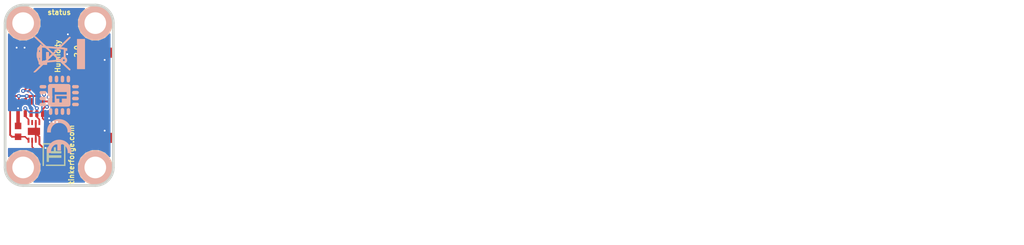
<source format=kicad_pcb>
(kicad_pcb (version 4) (host pcbnew 4.0.2+e4-6225~38~ubuntu15.10.1-stable)
  (title_block (title "Humidity bricklet") (date 2017-05-08) (rev 2.0) (company "Tinkerforge GmbH") (comment 1 "Licensed under CERN OHL v.1.1") (comment 2 "Copyright (©) 2017, B.Nordmeyer <bastian@tinkerforge.com>"))
  (layers (0 F.Cu signal) (31 B.Cu signal) (34 B.Paste user) (35 F.Paste user) (36 B.SilkS user) (37 F.SilkS user) (38 B.Mask user) (39 F.Mask user) (44 Edge.Cuts user))
  (net 0 "")
  (net 1 GND)
  (net 2 VCC)
  (net 3 "Net-(D101-Pad2)")
  (net 4 "Net-(P101-Pad4)")
  (net 5 "Net-(P101-Pad5)")
  (net 6 "Net-(P101-Pad6)")
  (net 7 "Net-(C102-Pad2)")
  (net 8 "Net-(P102-Pad2)")
  (net 9 "Net-(R101-Pad1)")
  (net 10 SDA)
  (net 11 nRESET)
  (net 12 SCL)
  (net 13 S-MISO)
  (net 14 S-CS)
  (net 15 S-CLK)
  (net 16 S-MOSI)
  (net 17 "Net-(P103-Pad1)")
  (module C0603F (layer F.Cu) (at 147 143.2 90)
    (fp_text reference C103)
    (fp_text value 1uF)
    (pad 1 smd rect (at -0.75 0 90) (size 0.9 0.9) (layers F.Cu F.Paste F.Mask) (net 1 GND))
    (pad 2 smd rect (at 0.75 0 90) (size 0.9 0.9) (layers F.Cu F.Paste F.Mask) (net 2 VCC))
  )
  (module C0603F (layer F.Cu) (at 141.7 135.5 45)
    (fp_text reference C104)
    (fp_text value 100nF)
    (pad 1 smd rect (at -0.75 0 45) (size 0.9 0.9) (layers F.Cu F.Paste F.Mask) (net 2 VCC))
    (pad 2 smd rect (at 0.75 0 45) (size 0.9 0.9) (layers F.Cu F.Paste F.Mask) (net 1 GND))
  )
  (module C0603F (layer F.Cu) (at 141.9 146 90)
    (fp_text reference C105)
    (fp_text value 100nF)
    (pad 1 smd rect (at -0.75 0 90) (size 0.9 0.9) (layers F.Cu F.Paste F.Mask) (net 2 VCC))
    (pad 2 smd rect (at 0.75 0 90) (size 0.9 0.9) (layers F.Cu F.Paste F.Mask) (net 1 GND))
  )
  (module D0603E (layer F.Cu) (at 147.6 130.7)
    (fp_text reference D101)
    (fp_text value blue)
    (pad 1 smd rect (at -0.8501 0) (size 1.1 1) (layers F.Cu F.Paste F.Mask) (net 2 VCC))
    (pad 2 smd rect (at 0.8501 0) (size 1.1 1) (layers F.Cu F.Paste F.Mask) (net 3 "Net-(D101-Pad2)"))
  )
  (module CON-SENSOR2 (layer F.Cu) (at 155.1 141 90)
    (fp_text reference P101)
    (fp_text value CON-SENSOR2)
    (pad 1 smd rect (at -3.75 -4.6 90) (size 0.6 1.8) (layers F.Cu F.Paste F.Mask))
    (pad 2 smd rect (at -2.5 -4.6 90) (size 0.6 1.8) (layers F.Cu F.Paste F.Mask) (net 1 GND))
    (pad EP smd rect (at -5.9 -1.2 90) (size 1.4 2.4) (layers F.Cu F.Paste F.Mask) (net 1 GND))
    (pad EP smd rect (at 5.9 -1.2 90) (size 1.4 2.4) (layers F.Cu F.Paste F.Mask) (net 1 GND))
    (pad 3 smd rect (at -1.25 -4.6 90) (size 0.6 1.8) (layers F.Cu F.Paste F.Mask) (net 2 VCC))
    (pad 4 smd rect (at 0 -4.6 90) (size 0.6 1.8) (layers F.Cu F.Paste F.Mask) (net 4 "Net-(P101-Pad4)"))
    (pad 5 smd rect (at 1.25 -4.6 90) (size 0.6 1.8) (layers F.Cu F.Paste F.Mask) (net 5 "Net-(P101-Pad5)"))
    (pad 6 smd rect (at 2.5 -4.6 90) (size 0.6 1.8) (layers F.Cu F.Paste F.Mask) (net 6 "Net-(P101-Pad6)"))
    (pad 7 smd rect (at 3.75 -4.6 90) (size 0.6 1.8) (layers F.Cu F.Paste F.Mask) (net 7 "Net-(C102-Pad2)"))
  )
  (module R0603F (layer F.Cu) (at 145.95 133.3 45)
    (fp_text reference R101)
    (fp_text value 1k)
    (pad 1 smd rect (at -0.75 0 45) (size 0.9 0.9) (layers F.Cu F.Paste F.Mask) (net 9 "Net-(R101-Pad1)"))
    (pad 2 smd rect (at 0.75 0 45) (size 0.9 0.9) (layers F.Cu F.Paste F.Mask) (net 3 "Net-(D101-Pad2)"))
  )
  (module 0603X4 (layer F.Cu) (at 144.1 142.7)
    (fp_text reference RP102)
    (fp_text value 4k7)
    (pad 1 smd rect (at 1.19888 -0.8509) (size 0.44958 0.89916) (layers F.Cu F.Paste F.Mask) (net 2 VCC))
    (pad 2 smd rect (at 0.39878 -0.8509) (size 0.44958 0.89916) (layers F.Cu F.Paste F.Mask) (net 2 VCC))
    (pad 3 smd rect (at -0.39878 -0.8509) (size 0.44958 0.89916) (layers F.Cu F.Paste F.Mask) (net 2 VCC))
    (pad 4 smd rect (at -1.19888 -0.8509) (size 0.44958 0.89916) (layers F.Cu F.Paste F.Mask) (net 2 VCC))
    (pad 5 smd rect (at -1.19888 0.8509) (size 0.44958 0.89916) (layers F.Cu F.Paste F.Mask) (net 12 SCL))
    (pad 6 smd rect (at -0.39878 0.8509) (size 0.44958 0.89916) (layers F.Cu F.Paste F.Mask))
    (pad 7 smd rect (at 0.39878 0.8509) (size 0.44958 0.89916) (layers F.Cu F.Paste F.Mask) (net 10 SDA))
    (pad 8 smd rect (at 1.19888 0.8509) (size 0.44958 0.89916) (layers F.Cu F.Paste F.Mask) (net 11 nRESET))
  )
  (module kicad-libraries:QFN24-4x4mm-0.5mm (layer F.Cu) (at 144.1 137.9 225)
    (fp_text reference U101)
    (fp_text value XMC1XXX24)
    (pad 1 smd oval (at -2.025 -1.25 225) (size 1 0.3) (layers F.Cu F.Paste F.Mask) (net 13 S-MISO))
    (pad 2 smd oval (at -2.025 -0.75 225) (size 1 0.3) (layers F.Cu F.Paste F.Mask))
    (pad 3 smd oval (at -2.025 -0.25 225) (size 1 0.3) (layers F.Cu F.Paste F.Mask))
    (pad 4 smd oval (at -2.025 0.25 225) (size 1 0.3) (layers F.Cu F.Paste F.Mask) (net 8 "Net-(P102-Pad2)"))
    (pad 5 smd oval (at -2.025 0.75 225) (size 1 0.3) (layers F.Cu F.Paste F.Mask))
    (pad 6 smd oval (at -2.025 1.25 225) (size 1 0.3) (layers F.Cu F.Paste F.Mask))
    (pad 7 smd oval (at -1.25 2.025 315) (size 1 0.3) (layers F.Cu F.Paste F.Mask) (net 9 "Net-(R101-Pad1)"))
    (pad 8 smd oval (at -0.75 2.025 315) (size 1 0.3) (layers F.Cu F.Paste F.Mask))
    (pad 9 smd oval (at -0.25 2.025 315) (size 1 0.3) (layers F.Cu F.Paste F.Mask) (net 1 GND))
    (pad 10 smd oval (at 0.25 2.025 315) (size 1 0.3) (layers F.Cu F.Paste F.Mask) (net 2 VCC))
    (pad 11 smd oval (at 0.75 2.025 315) (size 1 0.3) (layers F.Cu F.Paste F.Mask))
    (pad 12 smd oval (at 1.25 2.025 315) (size 1 0.3) (layers F.Cu F.Paste F.Mask))
    (pad 13 smd oval (at 2.025 1.25 225) (size 1 0.3) (layers F.Cu F.Paste F.Mask))
    (pad 14 smd oval (at 2.025 0.75 225) (size 1 0.3) (layers F.Cu F.Paste F.Mask))
    (pad 15 smd oval (at 2.025 0.25 225) (size 1 0.3) (layers F.Cu F.Paste F.Mask) (net 17 "Net-(P103-Pad1)"))
    (pad 16 smd oval (at 2.025 -0.25 225) (size 1 0.3) (layers F.Cu F.Paste F.Mask))
    (pad 17 smd oval (at 2.025 -0.75 225) (size 1 0.3) (layers F.Cu F.Paste F.Mask) (net 10 SDA))
    (pad 18 smd oval (at 2.025 -1.25 225) (size 1 0.3) (layers F.Cu F.Paste F.Mask))
    (pad 19 smd oval (at 1.25 -2.025 315) (size 1 0.3) (layers F.Cu F.Paste F.Mask) (net 12 SCL))
    (pad 20 smd oval (at 0.75 -2.025 315) (size 1 0.3) (layers F.Cu F.Paste F.Mask))
    (pad 21 smd oval (at 0.25 -2.025 315) (size 1 0.3) (layers F.Cu F.Paste F.Mask) (net 11 nRESET))
    (pad 22 smd oval (at -0.25 -2.025 315) (size 1 0.3) (layers F.Cu F.Paste F.Mask) (net 14 S-CS))
    (pad 23 smd oval (at -0.75 -2.025 315) (size 1 0.3) (layers F.Cu F.Paste F.Mask) (net 15 S-CLK))
    (pad 24 smd oval (at -1.25 -2.025 315) (size 1 0.3) (layers F.Cu F.Paste F.Mask) (net 16 S-MOSI))
    (pad EXP smd rect (at 0.65 0.65 225) (size 1.3 1.3) (layers F.Cu F.Paste F.Mask) (net 1 GND))
    (pad EXP smd rect (at 0.65 -0.65 225) (size 1.3 1.3) (layers F.Cu F.Paste F.Mask) (net 1 GND))
    (pad EXP smd rect (at -0.65 0.65 225) (size 1.3 1.3) (layers F.Cu F.Paste F.Mask) (net 1 GND))
    (pad EXP smd rect (at -0.65 -0.65 225) (size 1.3 1.3) (layers F.Cu F.Paste F.Mask) (net 1 GND))
  )
  (module kicad-libraries:DFN8-25x25 (layer F.Cu) (at 144.1 146)
    (fp_text reference U102)
    (fp_text value SHT3x-DIS)
    (pad 1 smd rect (at 0.75 -1.225) (size 0.25 0.7) (layers F.Cu F.Paste F.Mask) (net 10 SDA))
    (pad 2 smd rect (at 0.25 -1.225) (size 0.25 0.7) (layers F.Cu F.Paste F.Mask) (net 1 GND))
    (pad 3 smd rect (at -0.25 -1.225) (size 0.25 0.7) (layers F.Cu F.Paste F.Mask))
    (pad 4 smd rect (at -0.75 -1.225) (size 0.25 0.7) (layers F.Cu F.Paste F.Mask) (net 12 SCL))
    (pad 5 smd rect (at -0.75 1.225) (size 0.25 0.7) (layers F.Cu F.Paste F.Mask) (net 2 VCC))
    (pad 6 smd rect (at -0.25 1.225) (size 0.25 0.7) (layers F.Cu F.Paste F.Mask) (net 11 nRESET))
    (pad 7 smd rect (at 0.25 1.225) (size 0.25 0.7) (layers F.Cu F.Paste F.Mask) (net 1 GND))
    (pad 8 smd rect (at 0.75 1.225) (size 0.25 0.7) (layers F.Cu F.Paste F.Mask) (net 1 GND))
    (pad EXP smd rect (at 0 0) (size 1.7 1) (layers F.Cu F.Paste F.Mask) (net 1 GND))
  )
  (module DRILL_NP (layer F.Cu) (at 152.6 131)
    (fp_text reference U103 hide)
    (fp_text value DRILL hide)
    (pad "" np_thru_hole circle (at 0 0) (size 2.99974 2.99974) (drill 2.99974) (layers *.Cu *.Mask F.SilkS) (clearance 0.89916))
  )
  (module DRILL_NP (layer F.Cu) (at 152.6 151)
    (fp_text reference U104 hide)
    (fp_text value DRILL hide)
    (pad "" np_thru_hole circle (at 0 0) (size 2.99974 2.99974) (drill 2.99974) (layers *.Cu *.Mask F.SilkS) (clearance 0.89916))
  )
  (module DRILL_NP (layer F.Cu) (at 142.6 131)
    (fp_text reference U105 hide)
    (fp_text value DRILL hide)
    (pad "" np_thru_hole circle (at 0 0) (size 2.99974 2.99974) (drill 2.99974) (layers *.Cu *.Mask F.SilkS) (clearance 0.89916))
  )
  (module DRILL_NP (layer F.Cu) (at 142.6 151)
    (fp_text reference U106 hide)
    (fp_text value DRILL hide)
    (pad "" np_thru_hole circle (at 0 0) (size 2.99974 2.99974) (drill 2.99974) (layers *.Cu *.Mask F.SilkS) (clearance 0.89916))
  )
  (module C0402E (layer F.Cu) (at 148.7 136.6 270)
    (fp_text reference C102)
    (fp_text value TBD)
    (pad 1 smd rect (at -0.65 0 270) (size 0.7 0.9) (layers F.Cu F.Paste F.Mask) (net 1 GND))
    (pad 2 smd rect (at 0.65 0 270) (size 0.7 0.9) (layers F.Cu F.Paste F.Mask) (net 7 "Net-(C102-Pad2)"))
  )
  (module 4X0402 (layer F.Cu) (at 148.2 139.1 90)
    (fp_text reference RP101)
    (fp_text value TBD)
    (pad 1 smd rect (at -0.7493 0.575 270) (size 0.29972 0.65) (layers F.Cu F.Paste F.Mask) (net 4 "Net-(P101-Pad4)"))
    (pad 2 smd rect (at -0.24892 0.575 270) (size 0.29972 0.65) (layers F.Cu F.Paste F.Mask) (net 5 "Net-(P101-Pad5)"))
    (pad 3 smd rect (at 0.24892 0.575 270) (size 0.29972 0.65) (layers F.Cu F.Paste F.Mask) (net 6 "Net-(P101-Pad6)"))
    (pad 4 smd rect (at 0.7493 0.575 270) (size 0.29972 0.65) (layers F.Cu F.Paste F.Mask) (net 7 "Net-(C102-Pad2)"))
    (pad 5 smd rect (at 0.7493 -0.575 90) (size 0.29972 0.65) (layers F.Cu F.Paste F.Mask) (net 13 S-MISO))
    (pad 6 smd rect (at 0.24892 -0.575 90) (size 0.29972 0.65) (layers F.Cu F.Paste F.Mask) (net 16 S-MOSI))
    (pad 7 smd rect (at -0.24892 -0.575 90) (size 0.29972 0.65) (layers F.Cu F.Paste F.Mask) (net 15 S-CLK))
    (pad 8 smd rect (at -0.7493 -0.575 90) (size 0.29972 0.65) (layers F.Cu F.Paste F.Mask) (net 14 S-CS))
  )
  (module C0805 (layer F.Cu) (at 148.5 143.4 90)
    (fp_text reference C101)
    (fp_text value 10uF)
    (pad 1 smd rect (at -1.00076 0 90) (size 1.00076 1.24968) (layers F.Cu F.Paste F.Mask) (net 1 GND) (clearance 0.14986))
    (pad 2 smd rect (at 1.00076 0 90) (size 1.00076 1.24968) (layers F.Cu F.Paste F.Mask) (net 2 VCC) (clearance 0.14986))
  )
  (module kicad-libraries:SolderJumper (layer F.Cu) (at 148.8 133.6 270)
    (fp_text reference P102)
    (fp_text value BOOT)
    (pad 2 smd rect (at 0.55 0 270) (size 0.3 1.4) (layers F.Cu F.Mask) (net 8 "Net-(P102-Pad2)"))
    (pad 2 smd rect (at 0.15 0 270) (size 0.6 0.5) (layers F.Cu F.Mask) (net 8 "Net-(P102-Pad2)"))
    (pad 1 smd rect (at -0.5 0 270) (size 0.4 1.4) (layers F.Cu F.Mask) (net 1 GND))
    (pad 1 smd rect (at -0.225 0.55 270) (size 0.95 0.3) (layers F.Cu F.Mask) (net 1 GND))
    (pad 1 smd rect (at -0.225 -0.55 270) (size 0.95 0.3) (layers F.Cu F.Mask) (net 1 GND))
  )
  (module kicad-libraries:Logo_31x31 (layer F.Cu) (at 145.3 150.8 90)
    (fp_text reference G*** hide)
    (fp_text value Logo_31x31 hide)
  )
  (module kicad-libraries:Logo_CoMCU (layer B.Cu) (at 147.6 141 270)
    (fp_text reference G*** hide)
    (fp_text value LOGO hide)
  )
  (module kicad-libraries:WEEE_7mm (layer B.Cu) (at 147.6 135.3 270)
    (fp_text reference G*** hide)
    (fp_text value LOGO hide)
  )
  (module kicad-libraries:CE_5mm (layer B.Cu) (at 147.6 146.7 270)
    (fp_text reference VAL hide)
    (fp_text value CE_5mm hide)
  )
  (module kicad-libraries:Fiducial_Mark (layer F.Cu) (at 147.6 152)
    (fp_text reference Fiducial_Mark hide)
    (fp_text value VAL** hide)
    (pad 1 smd circle (at 0 0) (size 1.00076 1.00076) (layers F.Cu F.Paste F.Mask) (clearance 0.65024))
  )
  (module kicad-libraries:Fiducial_Mark (layer F.Cu) (at 153.6 137.5)
    (fp_text reference Fiducial_Mark hide)
    (fp_text value VAL** hide)
    (pad 1 smd circle (at 0 0) (size 1.00076 1.00076) (layers F.Cu F.Paste F.Mask) (clearance 0.65024))
  )
  (module kicad-libraries:DEBUG_PAD (layer F.Cu) (at 141.5 140.1)
    (fp_text reference P103)
    (fp_text value DEBUG)
    (pad 1 smd circle (at 0 0) (size 0.7 0.7) (layers F.Cu F.Paste F.Mask) (net 17 "Net-(P103-Pad1)"))
  )
  (gr_text 2.0 (at 150.1 134.9 90) (layer F.SilkS) (effects (font (size 0.7 0.7))))
  (gr_text status (at 147.6 129.5) (layer F.SilkS) (effects (font (size 0.7 0.7))))
  (gr_text Humidity (at 147.4 135.6 90) (layer F.SilkS) (effects (font (size 0.7 0.7))))
  (gr_text tinkerforge.com (at 149.3 149.2 90) (layer F.SilkS) (effects (font (size 0.7 0.7))))
  (gr_line (start 152.6 128.5) (end 142.6 128.5) (angle 90) (layer Edge.Cuts) (width 0.381))
  (gr_line (start 155.1 151) (end 155.1 131) (angle 90) (layer Edge.Cuts) (width 0.381))
  (gr_line (start 142.6 153.5) (end 152.6 153.5) (angle 90) (layer Edge.Cuts) (width 0.381))
  (gr_line (start 140.1 131) (end 140.1 151) (angle 90) (layer Edge.Cuts) (width 0.381))
  (gr_arc (start 142.6 131) (end 140.1 131) (angle 90) (layer Edge.Cuts) (width 0.381))
  (gr_arc (start 142.6 151) (end 142.6 153.5) (angle 90) (layer Edge.Cuts) (width 0.381))
  (gr_arc (start 152.6 151) (end 155.1 151) (angle 90) (layer Edge.Cuts) (width 0.381))
  (gr_arc (start 152.6 131) (end 152.6 128.5) (angle 90) (layer Edge.Cuts) (width 0.381))
  (segment (start 144.85 147.225) (end 144.85 147.75) (width 0.25) (layer F.Cu) (net 1))
  (segment (start 144.85 147.75) (end 145.4 148.3) (width 0.25) (layer F.Cu) (net 1))
  (via (at 145.7 148.3) (size 0.55) (drill 0.25) (layers F.Cu B.Cu) (net 1))
  (segment (start 145.4 148.3) (end 145.7 148.3) (width 0.25) (layer F.Cu) (net 1))
  (segment (start 141.9 145.25) (end 141.9 142.8) (width 0.5) (layer F.Cu) (net 1))
  (via (at 141.9 142.8) (size 0.55) (drill 0.25) (layers F.Cu B.Cu) (net 1))
  (segment (start 148.8 133.1) (end 149.35 133.1) (width 0.25) (layer F.Cu) (net 1))
  (segment (start 149.35 133.1) (end 149.35 133.4) (width 0.25) (layer F.Cu) (net 1))
  (segment (start 149.35 133.4) (end 149.35 133.375) (width 0.25) (layer F.Cu) (net 1))
  (segment (start 148.8 133.1) (end 148.25 133.1) (width 0.25) (layer F.Cu) (net 1))
  (segment (start 148.25 133.1) (end 148.25 133.4) (width 0.25) (layer F.Cu) (net 1))
  (segment (start 148.25 133.4) (end 148.25 133.375) (width 0.25) (layer F.Cu) (net 1))
  (segment (start 148.8 133.1) (end 148.8 132.55) (width 0.25) (layer F.Cu) (net 1))
  (via (at 148.8 132.55) (size 0.55) (drill 0.25) (layers F.Cu B.Cu) (net 1))
  (segment (start 144.85 147.225) (end 144.85 146.75) (width 0.25) (layer F.Cu) (net 1))
  (segment (start 144.85 146.75) (end 144.1 146) (width 0.25) (layer F.Cu) (net 1))
  (segment (start 144.35 147.225) (end 144.35 146.25) (width 0.25) (layer F.Cu) (net 1))
  (segment (start 144.35 146.25) (end 144.1 146) (width 0.25) (layer F.Cu) (net 1))
  (segment (start 144.35 144.775) (end 144.35 145.75) (width 0.25) (layer F.Cu) (net 1))
  (segment (start 144.35 145.75) (end 144.1 146) (width 0.25) (layer F.Cu) (net 1))
  (segment (start 142.23033 134.96967) (end 141.7 134.43934) (width 0.5) (layer F.Cu) (net 1))
  (via (at 141.7 134.4) (size 0.55) (drill 0.25) (layers F.Cu B.Cu) (net 1))
  (segment (start 141.7 134.43934) (end 141.7 134.4) (width 0.5) (layer F.Cu) (net 1))
  (segment (start 142.844885 136.291332) (end 143.534314 136.980761) (width 0.25) (layer F.Cu) (net 1))
  (segment (start 143.534314 136.980761) (end 144.1 136.980761) (width 0.25) (layer F.Cu) (net 1))
  (segment (start 144.1 136.980761) (end 143.180761 137.9) (width 0.25) (layer F.Cu) (net 1))
  (segment (start 144.1 138.819239) (end 143.180761 137.9) (width 0.25) (layer F.Cu) (net 1))
  (segment (start 145.019239 137.9) (end 144.1 136.980761) (width 0.25) (layer F.Cu) (net 1))
  (segment (start 142.23033 134.96967) (end 142.8 134.4) (width 0.5) (layer F.Cu) (net 1))
  (via (at 142.8 134.4) (size 0.55) (drill 0.25) (layers F.Cu B.Cu) (net 1))
  (segment (start 148.7 135.95) (end 148.7 135.3) (width 0.5) (layer F.Cu) (net 1))
  (via (at 148.7 135.3) (size 0.55) (drill 0.25) (layers F.Cu B.Cu) (net 1))
  (segment (start 153.9 135.1) (end 153.9 136.1) (width 0.5) (layer F.Cu) (net 1))
  (via (at 153.9 136.1) (size 0.55) (drill 0.25) (layers F.Cu B.Cu) (net 1))
  (segment (start 153.9 146.9) (end 153.9 145.9) (width 0.5) (layer F.Cu) (net 1))
  (via (at 153.9 145.9) (size 0.55) (drill 0.25) (layers F.Cu B.Cu) (net 1))
  (segment (start 148.5 144.40076) (end 147.90076 144.40076) (width 0.5) (layer F.Cu) (net 1))
  (segment (start 147.90076 144.40076) (end 147.45 143.95) (width 0.5) (layer F.Cu) (net 1))
  (segment (start 147.45 143.95) (end 147 143.95) (width 0.5) (layer F.Cu) (net 1))
  (segment (start 150.5 143.5) (end 149.9 143.5) (width 0.5) (layer F.Cu) (net 1))
  (segment (start 149.9 143.5) (end 148.99924 144.40076) (width 0.5) (layer F.Cu) (net 1))
  (segment (start 148.99924 144.40076) (end 148.5 144.40076) (width 0.5) (layer F.Cu) (net 1))
  (segment (start 147 143.95) (end 146.45 143.95) (width 0.5) (layer F.Cu) (net 1))
  (via (at 146.2 144.2) (size 0.55) (drill 0.25) (layers F.Cu B.Cu) (net 1))
  (segment (start 146.45 143.95) (end 146.2 144.2) (width 0.5) (layer F.Cu) (net 1))
  (segment (start 147 143.95) (end 146.95 143.95) (width 0.5) (layer F.Cu) (net 1))
  (segment (start 146.95 143.95) (end 146.3 144.6) (width 0.5) (layer F.Cu) (net 1))
  (via (at 146.3 144.7) (size 0.55) (drill 0.25) (layers F.Cu B.Cu) (net 1))
  (segment (start 146.3 144.6) (end 146.3 144.7) (width 0.5) (layer F.Cu) (net 1))
  (segment (start 147 143.95) (end 147 144.5) (width 0.5) (layer F.Cu) (net 1))
  (via (at 146.8 144.7) (size 0.55) (drill 0.25) (layers F.Cu B.Cu) (net 1))
  (segment (start 147 144.5) (end 146.8 144.7) (width 0.5) (layer F.Cu) (net 1))
  (segment (start 147 143.95) (end 147 144.4) (width 0.5) (layer F.Cu) (net 1))
  (segment (start 147 144.4) (end 147.3 144.7) (width 0.5) (layer F.Cu) (net 1))
  (via (at 147.3 144.7) (size 0.55) (drill 0.25) (layers F.Cu B.Cu) (net 1))
  (segment (start 142.844885 136.291332) (end 142.4 135.846447) (width 0.25) (layer F.Cu) (net 1))
  (segment (start 142.4 135.846447) (end 142.4 135.13934) (width 0.25) (layer F.Cu) (net 1))
  (segment (start 142.4 135.13934) (end 142.23033 134.96967) (width 0.25) (layer F.Cu) (net 1))
  (segment (start 142 141.1) (end 141.2 141.1) (width 0.25) (layer F.Cu) (net 2))
  (segment (start 140.8 140.7) (end 140.8 139.5) (width 0.25) (layer F.Cu) (net 2))
  (segment (start 141.2 141.1) (end 140.8 140.7) (width 0.25) (layer F.Cu) (net 2))
  (segment (start 140.8 139.5) (end 140.8 136.4) (width 0.25) (layer F.Cu) (net 2))
  (segment (start 141.16967 136.03033) (end 140.8 136.4) (width 0.25) (layer F.Cu) (net 2))
  (segment (start 140.8 146.5) (end 140.8 142.9) (width 0.25) (layer F.Cu) (net 2))
  (segment (start 142 141.1) (end 143.1 141.1) (width 0.25) (layer B.Cu) (net 2))
  (via (at 142 141.1) (size 0.55) (drill 0.25) (layers F.Cu B.Cu) (net 2))
  (segment (start 142 141.7) (end 142 141.1) (width 0.25) (layer F.Cu) (net 2))
  (segment (start 140.8 142.9) (end 142 141.7) (width 0.25) (layer F.Cu) (net 2))
  (segment (start 147 142.45) (end 146.65 142.45) (width 0.25) (layer F.Cu) (net 2))
  (segment (start 146.65 142.45) (end 146.05 141.85) (width 0.25) (layer F.Cu) (net 2))
  (segment (start 146.05 141.85) (end 145.29978 141.85) (width 0.25) (layer F.Cu) (net 2))
  (segment (start 145.29978 141.85) (end 145.29888 141.8491) (width 0.25) (layer F.Cu) (net 2))
  (segment (start 146.7499 130.7) (end 146.7499 130.9501) (width 0.25) (layer F.Cu) (net 2))
  (segment (start 146.7499 130.9501) (end 143.95 133.75) (width 0.25) (layer F.Cu) (net 2))
  (segment (start 143.95 133.75) (end 141.45 133.75) (width 0.25) (layer F.Cu) (net 2))
  (segment (start 141.45 133.75) (end 140.75 134.45) (width 0.25) (layer F.Cu) (net 2))
  (segment (start 140.75 134.45) (end 140.75 135.61066) (width 0.25) (layer F.Cu) (net 2))
  (segment (start 140.75 135.61066) (end 141.16967 136.03033) (width 0.25) (layer F.Cu) (net 2))
  (segment (start 148.5 142.39924) (end 147.05076 142.39924) (width 0.5) (layer F.Cu) (net 2))
  (segment (start 147.05076 142.39924) (end 147 142.45) (width 0.5) (layer F.Cu) (net 2))
  (segment (start 150.5 142.25) (end 149.45 142.25) (width 0.5) (layer F.Cu) (net 2))
  (segment (start 149.30076 142.39924) (end 148.5 142.39924) (width 0.5) (layer F.Cu) (net 2))
  (segment (start 149.45 142.25) (end 149.30076 142.39924) (width 0.5) (layer F.Cu) (net 2))
  (segment (start 141.9 146.75) (end 141.05 146.75) (width 0.25) (layer F.Cu) (net 2))
  (segment (start 141.05 146.75) (end 140.8 146.5) (width 0.25) (layer F.Cu) (net 2))
  (segment (start 143.1 141.1) (end 143.3 141.1) (width 0.25) (layer F.Cu) (net 2))
  (via (at 143.1 141.1) (size 0.55) (drill 0.25) (layers F.Cu B.Cu) (net 2))
  (segment (start 143.35 147.225) (end 142.875 146.75) (width 0.2) (layer F.Cu) (net 2))
  (segment (start 142.875 146.75) (end 141.9 146.75) (width 0.2) (layer F.Cu) (net 2))
  (segment (start 143.70122 141.8491) (end 143.70122 141.50122) (width 0.25) (layer F.Cu) (net 2))
  (segment (start 143.70122 141.50122) (end 143.3 141.1) (width 0.25) (layer F.Cu) (net 2))
  (segment (start 144.49878 141.8491) (end 144.49878 141.50122) (width 0.25) (layer F.Cu) (net 2))
  (segment (start 144.49878 141.50122) (end 144.9 141.1) (width 0.25) (layer F.Cu) (net 2))
  (segment (start 142.90112 141.8491) (end 142.90112 141.49888) (width 0.25) (layer F.Cu) (net 2))
  (segment (start 142.90112 141.49888) (end 143.3 141.1) (width 0.25) (layer F.Cu) (net 2))
  (segment (start 143.3 141.1) (end 143.4 141.1) (width 0.25) (layer F.Cu) (net 2))
  (segment (start 143.4 141.1) (end 144.9 141.1) (width 0.25) (layer F.Cu) (net 2))
  (segment (start 144.9 141.1) (end 145.29888 141.49888) (width 0.25) (layer F.Cu) (net 2))
  (segment (start 145.29888 141.49888) (end 145.29888 141.8491) (width 0.25) (layer F.Cu) (net 2))
  (segment (start 142.491332 136.644885) (end 142.046447 136.2) (width 0.25) (layer F.Cu) (net 2))
  (segment (start 142.046447 136.2) (end 141.33934 136.2) (width 0.25) (layer F.Cu) (net 2))
  (segment (start 141.33934 136.2) (end 141.16967 136.03033) (width 0.25) (layer F.Cu) (net 2))
  (segment (start 148.4501 130.7) (end 148.4501 130.7999) (width 0.25) (layer F.Cu) (net 3))
  (segment (start 148.4501 130.7999) (end 146.48033 132.76967) (width 0.25) (layer F.Cu) (net 3))
  (segment (start 148.35 130.8001) (end 148.4501 130.7) (width 0.25) (layer F.Cu) (net 3))
  (segment (start 148.775 139.8493) (end 148.9493 139.8493) (width 0.25) (layer F.Cu) (net 4))
  (segment (start 148.9493 139.8493) (end 149.2 140.1) (width 0.25) (layer F.Cu) (net 4))
  (segment (start 149.2 140.1) (end 149.2 140.5) (width 0.25) (layer F.Cu) (net 4))
  (segment (start 149.2 140.5) (end 149.7 141) (width 0.25) (layer F.Cu) (net 4))
  (segment (start 149.7 141) (end 150.5 141) (width 0.25) (layer F.Cu) (net 4))
  (segment (start 148.775 139.34892) (end 149.24892 139.34892) (width 0.25) (layer F.Cu) (net 5))
  (segment (start 149.24892 139.34892) (end 149.65 139.75) (width 0.25) (layer F.Cu) (net 5))
  (segment (start 149.65 139.75) (end 150.5 139.75) (width 0.25) (layer F.Cu) (net 5))
  (segment (start 148.775 138.85108) (end 149.24892 138.85108) (width 0.25) (layer F.Cu) (net 6))
  (segment (start 149.24892 138.85108) (end 149.6 138.5) (width 0.25) (layer F.Cu) (net 6))
  (segment (start 149.6 138.5) (end 150.5 138.5) (width 0.25) (layer F.Cu) (net 6))
  (segment (start 150.5 137.25) (end 148.7 137.25) (width 0.25) (layer F.Cu) (net 7))
  (segment (start 148.775 138.3507) (end 148.7 138.2757) (width 0.25) (layer F.Cu) (net 7))
  (segment (start 148.7 138.2757) (end 148.7 137.25) (width 0.25) (layer F.Cu) (net 7))
  (segment (start 148.8 133.75) (end 148.8 134.15) (width 0.25) (layer F.Cu) (net 8))
  (segment (start 145.355115 136.291332) (end 146.896447 134.75) (width 0.25) (layer F.Cu) (net 8))
  (segment (start 148.8 134.35) (end 148.8 134.15) (width 0.25) (layer F.Cu) (net 8))
  (segment (start 148.4 134.75) (end 148.8 134.35) (width 0.25) (layer F.Cu) (net 8))
  (segment (start 146.896447 134.75) (end 148.4 134.75) (width 0.25) (layer F.Cu) (net 8))
  (segment (start 143.551992 135.584225) (end 143.2 135.232233) (width 0.25) (layer F.Cu) (net 9))
  (segment (start 143.2 135.232233) (end 143.2 134.8) (width 0.25) (layer F.Cu) (net 9))
  (segment (start 143.2 134.8) (end 143.6 134.4) (width 0.25) (layer F.Cu) (net 9))
  (segment (start 143.6 134.4) (end 144.85 134.4) (width 0.25) (layer F.Cu) (net 9))
  (segment (start 144.85 134.4) (end 145.41967 133.83033) (width 0.25) (layer F.Cu) (net 9))
  (segment (start 144.49878 143.5509) (end 144.49878 142.80122) (width 0.2) (layer F.Cu) (net 10))
  (segment (start 142.66066 140.4) (end 143.198439 139.862221) (width 0.2) (layer F.Cu) (net 10))
  (segment (start 142.6 140.4) (end 142.66066 140.4) (width 0.2) (layer F.Cu) (net 10))
  (via (at 142.6 140.4) (size 0.55) (drill 0.25) (layers F.Cu B.Cu) (net 10))
  (segment (start 143.4 140.4) (end 142.6 140.4) (width 0.2) (layer B.Cu) (net 10))
  (segment (start 144 141) (end 143.4 140.4) (width 0.2) (layer B.Cu) (net 10))
  (segment (start 144 142.3) (end 144 141) (width 0.2) (layer B.Cu) (net 10))
  (segment (start 144.5 142.8) (end 144 142.3) (width 0.2) (layer B.Cu) (net 10))
  (via (at 144.5 142.8) (size 0.55) (drill 0.25) (layers F.Cu B.Cu) (net 10))
  (segment (start 144.49878 142.80122) (end 144.5 142.8) (width 0.2) (layer F.Cu) (net 10))
  (segment (start 144.5 143.54968) (end 144.49878 143.5509) (width 0.25) (layer F.Cu) (net 10))
  (segment (start 144.85 144.775) (end 144.85 144.35) (width 0.2) (layer F.Cu) (net 10))
  (segment (start 144.85 144.35) (end 144.49878 143.99878) (width 0.2) (layer F.Cu) (net 10))
  (segment (start 144.49878 143.99878) (end 144.49878 143.5509) (width 0.2) (layer F.Cu) (net 10))
  (segment (start 145.29888 143.5509) (end 145.29888 142.95112) (width 0.25) (layer F.Cu) (net 11))
  (segment (start 146.15 140.303553) (end 145.355115 139.508668) (width 0.25) (layer F.Cu) (net 11))
  (segment (start 146.15 141.25) (end 146.15 140.303553) (width 0.25) (layer F.Cu) (net 11))
  (via (at 146.15 141.25) (size 0.55) (drill 0.25) (layers F.Cu B.Cu) (net 11))
  (segment (start 146.15 142.35) (end 146.15 141.25) (width 0.25) (layer B.Cu) (net 11))
  (segment (start 145.9 142.6) (end 146.15 142.35) (width 0.25) (layer B.Cu) (net 11))
  (via (at 145.9 142.6) (size 0.55) (drill 0.25) (layers F.Cu B.Cu) (net 11))
  (segment (start 145.65 142.6) (end 145.9 142.6) (width 0.25) (layer F.Cu) (net 11))
  (segment (start 145.29888 142.95112) (end 145.65 142.6) (width 0.25) (layer F.Cu) (net 11))
  (segment (start 143.85 147.225) (end 143.85 148.15) (width 0.2) (layer F.Cu) (net 11))
  (segment (start 145.29888 144.19888) (end 145.29888 143.5509) (width 0.2) (layer F.Cu) (net 11))
  (segment (start 145.6 144.5) (end 145.29888 144.19888) (width 0.2) (layer F.Cu) (net 11))
  (segment (start 145.6 144.9) (end 145.6 144.5) (width 0.2) (layer F.Cu) (net 11))
  (segment (start 146.3 145.6) (end 145.6 144.9) (width 0.2) (layer F.Cu) (net 11))
  (segment (start 146.3 148.5) (end 146.3 145.6) (width 0.2) (layer F.Cu) (net 11))
  (segment (start 145.9 148.9) (end 146.3 148.5) (width 0.2) (layer F.Cu) (net 11))
  (segment (start 144.6 148.9) (end 145.9 148.9) (width 0.2) (layer F.Cu) (net 11))
  (segment (start 143.85 148.15) (end 144.6 148.9) (width 0.2) (layer F.Cu) (net 11))
  (segment (start 145.5 140.9) (end 145.5 142.2) (width 0.2) (layer B.Cu) (net 12))
  (segment (start 143.5 143.4) (end 142.9 142.8) (width 0.2) (layer B.Cu) (net 12))
  (segment (start 144.9 143.4) (end 143.5 143.4) (width 0.2) (layer B.Cu) (net 12))
  (segment (start 145.2 143.1) (end 144.9 143.4) (width 0.2) (layer B.Cu) (net 12))
  (segment (start 145.2 142.5) (end 145.2 143.1) (width 0.2) (layer B.Cu) (net 12))
  (segment (start 145.5 142.2) (end 145.2 142.5) (width 0.2) (layer B.Cu) (net 12))
  (segment (start 144.648008 140.215775) (end 145.332233 140.9) (width 0.2) (layer F.Cu) (net 12))
  (segment (start 142.9 142.8) (end 142.9 143.54978) (width 0.2) (layer F.Cu) (net 12))
  (via (at 142.9 142.8) (size 0.55) (drill 0.25) (layers F.Cu B.Cu) (net 12))
  (via (at 145.5 140.9) (size 0.55) (drill 0.25) (layers F.Cu B.Cu) (net 12))
  (segment (start 145.332233 140.9) (end 145.5 140.9) (width 0.2) (layer F.Cu) (net 12))
  (segment (start 142.9 143.54978) (end 142.90112 143.5509) (width 0.2) (layer F.Cu) (net 12))
  (segment (start 143.35 144.775) (end 143.35 144.35) (width 0.2) (layer F.Cu) (net 12))
  (segment (start 143.35 144.35) (end 142.90112 143.90112) (width 0.2) (layer F.Cu) (net 12))
  (segment (start 142.90112 143.90112) (end 142.90112 143.5509) (width 0.2) (layer F.Cu) (net 12))
  (segment (start 146.415775 137.351992) (end 147.414483 138.3507) (width 0.25) (layer F.Cu) (net 13))
  (segment (start 147.414483 138.3507) (end 147.625 138.3507) (width 0.25) (layer F.Cu) (net 13))
  (segment (start 145.708668 139.155115) (end 146.402853 139.8493) (width 0.25) (layer F.Cu) (net 14))
  (segment (start 146.402853 139.8493) (end 147.625 139.8493) (width 0.25) (layer F.Cu) (net 14))
  (segment (start 146.062221 138.801561) (end 146.60958 139.34892) (width 0.25) (layer F.Cu) (net 15))
  (segment (start 146.60958 139.34892) (end 147.625 139.34892) (width 0.25) (layer F.Cu) (net 15))
  (segment (start 146.415775 138.448008) (end 146.818847 138.85108) (width 0.25) (layer F.Cu) (net 16))
  (segment (start 146.818847 138.85108) (end 147.625 138.85108) (width 0.25) (layer F.Cu) (net 16))
  (segment (start 142.491332 139.155115) (end 141.546447 140.1) (width 0.25) (layer F.Cu) (net 17))
  (segment (start 141.546447 140.1) (end 141.5 140.1) (width 0.25) (layer F.Cu) (net 17))
  (zone (net 1) (net_name GND) (layer B.Cu) (connect_pads yes (clearance 0.2)) (min_thickness 0.2) (fill yes (arc_segments 16) (thermal_gap 0.21) (thermal_bridge_width 0.21))
    (polygon (pts (xy 140.1 128.5) (xy 155.1 128.5) (xy 155.1 153.5) (xy 140.1 153.5)))
  )
  (zone (net 0) (net_name "") (layer B.Cu) (connect_pads (clearance 0.2)) (min_thickness 0.2)
    (keepout (tracks allowed) (vias allowed) (copperpour not_allowed))
    (fill (arc_segments 16) (thermal_gap 0.21) (thermal_bridge_width 0.21))
    (polygon (pts (xy 140.1 148.3) (xy 140.1 143.2) (xy 145.5 143.2) (xy 145.5 144.1) (xy 145.4 148.3)))
  )
)
</source>
